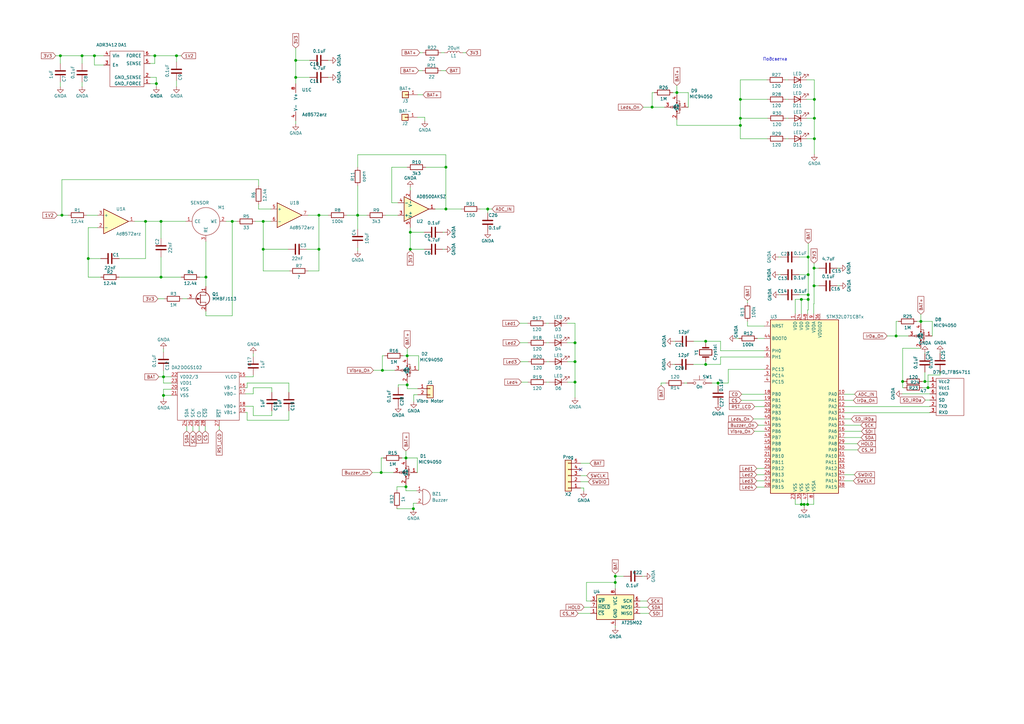
<source format=kicad_sch>
(kicad_sch (version 20210126) (generator eeschema)
  (paper "A3")
  (junction (at 24.765 22.86) (diameter 1.016))
  (junction (at 25.4 88.265) (diameter 1.016))
  (junction (at 33.655 22.86) (diameter 1.016))
  (junction (at 36.195 106.045) (diameter 1.016))
  (junction (at 38.735 22.86) (diameter 1.016))
  (junction (at 59.69 90.805) (diameter 1.016))
  (junction (at 63.5 22.86) (diameter 1.016))
  (junction (at 64.135 34.29) (diameter 1.016))
  (junction (at 66.04 90.805) (diameter 1.016))
  (junction (at 66.04 113.665) (diameter 1.016))
  (junction (at 67.056 154.559) (diameter 1.016))
  (junction (at 67.056 162.179) (diameter 1.016))
  (junction (at 72.39 22.86) (diameter 1.016))
  (junction (at 84.455 113.665) (diameter 1.016))
  (junction (at 95.25 90.805) (diameter 1.016))
  (junction (at 107.95 90.805) (diameter 1.016))
  (junction (at 107.95 102.235) (diameter 1.016))
  (junction (at 121.285 24.765) (diameter 1.016))
  (junction (at 121.285 31.75) (diameter 1.016))
  (junction (at 130.81 88.265) (diameter 1.016))
  (junction (at 130.81 102.235) (diameter 1.016))
  (junction (at 146.685 88.265) (diameter 1.016))
  (junction (at 156.337 193.802) (diameter 1.016))
  (junction (at 156.845 151.892) (diameter 1.016))
  (junction (at 166.497 187.833) (diameter 1.016))
  (junction (at 166.497 199.644) (diameter 1.016))
  (junction (at 167.005 145.923) (diameter 1.016))
  (junction (at 167.005 157.861) (diameter 1.016))
  (junction (at 168.275 95.25) (diameter 1.016))
  (junction (at 168.275 102.235) (diameter 1.016))
  (junction (at 169.545 208.661) (diameter 1.016))
  (junction (at 182.88 68.58) (diameter 1.016))
  (junction (at 182.88 85.725) (diameter 1.016))
  (junction (at 200.025 85.725) (diameter 1.016))
  (junction (at 235.839 140.589) (diameter 1.016))
  (junction (at 235.839 148.336) (diameter 1.016))
  (junction (at 235.839 156.718) (diameter 1.016))
  (junction (at 252.349 236.347) (diameter 1.016))
  (junction (at 252.349 238.887) (diameter 1.016))
  (junction (at 267.462 43.942) (diameter 1.016))
  (junction (at 277.622 37.973) (diameter 1.016))
  (junction (at 289.433 139.954) (diameter 1.016))
  (junction (at 289.433 149.479) (diameter 1.016))
  (junction (at 294.513 157.099) (diameter 1.016))
  (junction (at 303.657 40.767) (diameter 1.016))
  (junction (at 303.657 48.514) (diameter 1.016))
  (junction (at 303.657 51.435) (diameter 1.016))
  (junction (at 328.676 122.809) (diameter 1.016))
  (junction (at 328.676 206.883) (diameter 1.016))
  (junction (at 329.819 206.883) (diameter 1.016))
  (junction (at 331.216 206.883) (diameter 1.016))
  (junction (at 331.47 105.41) (diameter 1.016))
  (junction (at 331.47 112.649) (diameter 1.016))
  (junction (at 331.47 120.904) (diameter 1.016))
  (junction (at 331.47 122.809) (diameter 1.016))
  (junction (at 333.883 109.982) (diameter 1.016))
  (junction (at 333.883 117.221) (diameter 1.016))
  (junction (at 334.01 40.767) (diameter 1.016))
  (junction (at 334.01 48.514) (diameter 1.016))
  (junction (at 334.01 56.896) (diameter 1.016))
  (junction (at 367.538 137.795) (diameter 1.016))
  (junction (at 370.205 156.464) (diameter 1.016))
  (junction (at 377.698 131.826) (diameter 1.016))
  (junction (at 379.349 156.464) (diameter 1.016))
  (junction (at 380.619 159.004) (diameter 1.016))
  (no_connect (at 238.125 192.532))
  (wire (pts (xy 22.86 22.86) (xy 24.765 22.86)))
  (wire (pts (xy 23.495 88.265) (xy 25.4 88.265)))
  (wire (pts (xy 24.765 22.86) (xy 33.655 22.86)))
  (wire (pts (xy 24.765 26.035) (xy 24.765 22.86)))
  (wire (pts (xy 24.765 33.655) (xy 24.765 35.56)))
  (wire (pts (xy 25.4 73.66) (xy 25.4 88.265)))
  (wire (pts (xy 25.4 88.265) (xy 27.94 88.265)))
  (wire (pts (xy 33.655 22.86) (xy 38.735 22.86)))
  (wire (pts (xy 33.655 26.035) (xy 33.655 22.86)))
  (wire (pts (xy 33.655 33.655) (xy 33.655 35.56)))
  (wire (pts (xy 35.56 88.265) (xy 40.005 88.265)))
  (wire (pts (xy 36.195 93.345) (xy 40.005 93.345)))
  (wire (pts (xy 36.195 106.045) (xy 36.195 93.345)))
  (wire (pts (xy 36.195 113.665) (xy 36.195 106.045)))
  (wire (pts (xy 38.735 22.86) (xy 42.545 22.86)))
  (wire (pts (xy 38.735 26.67) (xy 38.735 22.86)))
  (wire (pts (xy 41.275 106.045) (xy 36.195 106.045)))
  (wire (pts (xy 41.275 113.665) (xy 36.195 113.665)))
  (wire (pts (xy 42.545 26.67) (xy 38.735 26.67)))
  (wire (pts (xy 48.895 106.045) (xy 59.69 106.045)))
  (wire (pts (xy 48.895 113.665) (xy 66.04 113.665)))
  (wire (pts (xy 59.69 90.805) (xy 55.245 90.805)))
  (wire (pts (xy 59.69 106.045) (xy 59.69 90.805)))
  (wire (pts (xy 61.595 22.86) (xy 63.5 22.86)))
  (wire (pts (xy 61.595 26.035) (xy 63.5 26.035)))
  (wire (pts (xy 61.595 34.29) (xy 64.135 34.29)))
  (wire (pts (xy 63.5 22.86) (xy 72.39 22.86)))
  (wire (pts (xy 63.5 26.035) (xy 63.5 22.86)))
  (wire (pts (xy 64.135 31.75) (xy 61.595 31.75)))
  (wire (pts (xy 64.135 34.29) (xy 64.135 31.75)))
  (wire (pts (xy 64.135 35.56) (xy 64.135 34.29)))
  (wire (pts (xy 64.77 122.555) (xy 67.31 122.555)))
  (wire (pts (xy 65.151 154.559) (xy 67.056 154.559)))
  (wire (pts (xy 66.04 90.805) (xy 59.69 90.805)))
  (wire (pts (xy 66.04 90.805) (xy 76.2 90.805)))
  (wire (pts (xy 66.04 97.79) (xy 66.04 90.805)))
  (wire (pts (xy 66.04 113.665) (xy 66.04 105.41)))
  (wire (pts (xy 66.04 113.665) (xy 74.295 113.665)))
  (wire (pts (xy 67.056 143.129) (xy 67.056 144.399)))
  (wire (pts (xy 67.056 152.019) (xy 67.056 154.559)))
  (wire (pts (xy 67.056 154.559) (xy 70.231 154.559)))
  (wire (pts (xy 67.056 157.099) (xy 67.056 154.559)))
  (wire (pts (xy 67.056 159.639) (xy 67.056 162.179)))
  (wire (pts (xy 67.056 162.179) (xy 67.056 163.449)))
  (wire (pts (xy 67.056 162.179) (xy 70.231 162.179)))
  (wire (pts (xy 70.231 157.099) (xy 67.056 157.099)))
  (wire (pts (xy 70.231 159.639) (xy 67.056 159.639)))
  (wire (pts (xy 72.39 22.86) (xy 72.39 25.4)))
  (wire (pts (xy 72.39 22.86) (xy 74.295 22.86)))
  (wire (pts (xy 72.39 33.02) (xy 72.39 35.56)))
  (wire (pts (xy 74.93 122.555) (xy 76.835 122.555)))
  (wire (pts (xy 76.581 174.879) (xy 76.581 176.784)))
  (wire (pts (xy 79.121 174.879) (xy 79.121 176.784)))
  (wire (pts (xy 81.661 174.879) (xy 81.661 176.784)))
  (wire (pts (xy 84.201 174.879) (xy 84.201 176.784)))
  (wire (pts (xy 84.455 99.06) (xy 84.455 113.665)))
  (wire (pts (xy 84.455 113.665) (xy 81.915 113.665)))
  (wire (pts (xy 84.455 113.665) (xy 84.455 117.475)))
  (wire (pts (xy 84.455 129.54) (xy 84.455 127.635)))
  (wire (pts (xy 89.916 174.879) (xy 89.916 176.276)))
  (wire (pts (xy 92.71 90.805) (xy 95.25 90.805)))
  (wire (pts (xy 95.25 90.805) (xy 95.25 129.54)))
  (wire (pts (xy 95.25 90.805) (xy 97.155 90.805)))
  (wire (pts (xy 95.25 129.54) (xy 84.455 129.54)))
  (wire (pts (xy 100.711 159.004) (xy 101.346 159.004)))
  (wire (pts (xy 100.711 161.544) (xy 103.886 161.544)))
  (wire (pts (xy 100.711 166.624) (xy 103.886 166.624)))
  (wire (pts (xy 100.711 169.164) (xy 101.346 169.164)))
  (wire (pts (xy 101.346 157.099) (xy 118.491 157.099)))
  (wire (pts (xy 101.346 159.004) (xy 101.346 157.099)))
  (wire (pts (xy 101.346 169.164) (xy 101.346 172.339)))
  (wire (pts (xy 101.346 172.339) (xy 118.491 172.339)))
  (wire (pts (xy 103.886 145.034) (xy 103.886 146.304)))
  (wire (pts (xy 103.886 153.924) (xy 103.886 154.559)))
  (wire (pts (xy 103.886 154.559) (xy 100.711 154.559)))
  (wire (pts (xy 103.886 159.004) (xy 111.506 159.004)))
  (wire (pts (xy 103.886 161.544) (xy 103.886 159.004)))
  (wire (pts (xy 103.886 166.624) (xy 103.886 170.434)))
  (wire (pts (xy 103.886 170.434) (xy 111.506 170.434)))
  (wire (pts (xy 104.775 90.805) (xy 107.95 90.805)))
  (wire (pts (xy 106.045 73.66) (xy 25.4 73.66)))
  (wire (pts (xy 106.045 76.2) (xy 106.045 73.66)))
  (wire (pts (xy 106.045 85.725) (xy 106.045 83.82)))
  (wire (pts (xy 107.95 90.805) (xy 111.125 90.805)))
  (wire (pts (xy 107.95 102.235) (xy 107.95 90.805)))
  (wire (pts (xy 107.95 111.125) (xy 107.95 102.235)))
  (wire (pts (xy 111.125 85.725) (xy 106.045 85.725)))
  (wire (pts (xy 111.506 159.004) (xy 111.506 160.909)))
  (wire (pts (xy 111.506 170.434) (xy 111.506 168.529)))
  (wire (pts (xy 118.11 102.235) (xy 107.95 102.235)))
  (wire (pts (xy 118.491 157.099) (xy 118.491 160.909)))
  (wire (pts (xy 118.491 172.339) (xy 118.491 168.529)))
  (wire (pts (xy 118.745 111.125) (xy 107.95 111.125)))
  (wire (pts (xy 121.285 19.685) (xy 121.285 24.765)))
  (wire (pts (xy 121.285 24.765) (xy 121.285 31.75)))
  (wire (pts (xy 121.285 24.765) (xy 127 24.765)))
  (wire (pts (xy 121.285 31.75) (xy 121.285 34.29)))
  (wire (pts (xy 121.285 49.53) (xy 121.285 50.8)))
  (wire (pts (xy 125.73 102.235) (xy 130.81 102.235)))
  (wire (pts (xy 126.365 111.125) (xy 130.81 111.125)))
  (wire (pts (xy 127 31.75) (xy 121.285 31.75)))
  (wire (pts (xy 130.81 88.265) (xy 126.365 88.265)))
  (wire (pts (xy 130.81 88.265) (xy 134.62 88.265)))
  (wire (pts (xy 130.81 102.235) (xy 130.81 88.265)))
  (wire (pts (xy 130.81 111.125) (xy 130.81 102.235)))
  (wire (pts (xy 134.62 24.765) (xy 135.255 24.765)))
  (wire (pts (xy 134.62 31.75) (xy 135.255 31.75)))
  (wire (pts (xy 146.685 63.5) (xy 182.88 63.5)))
  (wire (pts (xy 146.685 68.58) (xy 146.685 63.5)))
  (wire (pts (xy 146.685 76.2) (xy 146.685 88.265)))
  (wire (pts (xy 146.685 88.265) (xy 142.24 88.265)))
  (wire (pts (xy 146.685 88.265) (xy 150.495 88.265)))
  (wire (pts (xy 146.685 93.98) (xy 146.685 88.265)))
  (wire (pts (xy 146.685 101.6) (xy 146.685 102.87)))
  (wire (pts (xy 156.337 187.833) (xy 156.337 193.802)))
  (wire (pts (xy 156.337 193.802) (xy 152.654 193.802)))
  (wire (pts (xy 156.337 193.802) (xy 161.417 193.802)))
  (wire (pts (xy 156.845 145.923) (xy 156.845 151.892)))
  (wire (pts (xy 156.845 151.892) (xy 153.162 151.892)))
  (wire (pts (xy 156.845 151.892) (xy 161.925 151.892)))
  (wire (pts (xy 157.226 187.833) (xy 156.337 187.833)))
  (wire (pts (xy 157.734 145.923) (xy 156.845 145.923)))
  (wire (pts (xy 158.115 88.265) (xy 163.195 88.265)))
  (wire (pts (xy 160.655 68.58) (xy 167.005 68.58)))
  (wire (pts (xy 160.655 83.185) (xy 160.655 68.58)))
  (wire (pts (xy 162.814 199.644) (xy 166.497 199.644)))
  (wire (pts (xy 162.814 200.914) (xy 162.814 199.644)))
  (wire (pts (xy 162.814 208.534) (xy 162.814 208.661)))
  (wire (pts (xy 162.814 208.661) (xy 169.545 208.661)))
  (wire (pts (xy 163.195 83.185) (xy 160.655 83.185)))
  (wire (pts (xy 163.322 157.861) (xy 167.005 157.861)))
  (wire (pts (xy 163.322 158.877) (xy 163.322 157.861)))
  (wire (pts (xy 164.846 187.833) (xy 166.497 187.833)))
  (wire (pts (xy 165.354 145.923) (xy 167.005 145.923)))
  (wire (pts (xy 166.497 184.912) (xy 166.497 187.833)))
  (wire (pts (xy 166.497 187.833) (xy 166.497 188.722)))
  (wire (pts (xy 166.497 199.644) (xy 166.497 198.882)))
  (wire (pts (xy 166.497 201.295) (xy 166.497 199.644)))
  (wire (pts (xy 167.005 143.002) (xy 167.005 145.923)))
  (wire (pts (xy 167.005 145.923) (xy 167.005 146.812)))
  (wire (pts (xy 167.005 157.861) (xy 167.005 156.972)))
  (wire (pts (xy 167.005 159.385) (xy 167.005 157.861)))
  (wire (pts (xy 168.275 76.835) (xy 168.275 78.105)))
  (wire (pts (xy 168.275 95.25) (xy 168.275 93.345)))
  (wire (pts (xy 168.275 95.25) (xy 173.99 95.25)))
  (wire (pts (xy 168.275 102.235) (xy 168.275 95.25)))
  (wire (pts (xy 168.275 102.235) (xy 168.275 102.87)))
  (wire (pts (xy 169.545 206.375) (xy 169.545 208.661)))
  (wire (pts (xy 169.545 208.661) (xy 169.545 208.788)))
  (wire (pts (xy 169.672 161.925) (xy 169.672 164.719)))
  (wire (pts (xy 170.815 201.295) (xy 166.497 201.295)))
  (wire (pts (xy 170.815 206.375) (xy 169.545 206.375)))
  (wire (pts (xy 171.069 193.802) (xy 171.196 193.802)))
  (wire (pts (xy 171.196 48.133) (xy 174.244 48.133)))
  (wire (pts (xy 171.196 187.833) (xy 166.497 187.833)))
  (wire (pts (xy 171.196 193.802) (xy 171.196 187.833)))
  (wire (pts (xy 171.323 38.862) (xy 173.482 38.862)))
  (wire (pts (xy 171.323 159.385) (xy 167.005 159.385)))
  (wire (pts (xy 171.323 161.925) (xy 169.672 161.925)))
  (wire (pts (xy 171.577 151.892) (xy 171.704 151.892)))
  (wire (pts (xy 171.704 28.956) (xy 173.228 28.956)))
  (wire (pts (xy 171.704 145.923) (xy 167.005 145.923)))
  (wire (pts (xy 171.704 151.892) (xy 171.704 145.923)))
  (wire (pts (xy 172.212 21.59) (xy 173.355 21.59)))
  (wire (pts (xy 173.99 102.235) (xy 168.275 102.235)))
  (wire (pts (xy 174.244 48.133) (xy 174.244 49.53)))
  (wire (pts (xy 174.625 68.58) (xy 182.88 68.58)))
  (wire (pts (xy 180.848 28.956) (xy 182.88 28.956)))
  (wire (pts (xy 180.975 21.59) (xy 182.245 21.59)))
  (wire (pts (xy 181.61 95.25) (xy 182.245 95.25)))
  (wire (pts (xy 181.61 102.235) (xy 182.245 102.235)))
  (wire (pts (xy 182.88 63.5) (xy 182.88 68.58)))
  (wire (pts (xy 182.88 68.58) (xy 182.88 85.725)))
  (wire (pts (xy 182.88 85.725) (xy 178.435 85.725)))
  (wire (pts (xy 182.88 85.725) (xy 189.23 85.725)))
  (wire (pts (xy 189.865 21.59) (xy 191.135 21.59)))
  (wire (pts (xy 196.85 85.725) (xy 200.025 85.725)))
  (wire (pts (xy 200.025 85.725) (xy 200.025 87.376)))
  (wire (pts (xy 200.025 85.725) (xy 201.803 85.725)))
  (wire (pts (xy 213.106 132.588) (xy 216.408 132.588)))
  (wire (pts (xy 213.868 156.718) (xy 216.535 156.718)))
  (wire (pts (xy 216.535 140.589) (xy 213.233 140.589)))
  (wire (pts (xy 216.662 148.336) (xy 213.487 148.336)))
  (wire (pts (xy 224.028 132.588) (xy 225.044 132.588)))
  (wire (pts (xy 224.155 140.589) (xy 225.044 140.589)))
  (wire (pts (xy 224.155 156.718) (xy 225.171 156.718)))
  (wire (pts (xy 224.282 148.336) (xy 225.171 148.336)))
  (wire (pts (xy 232.664 140.589) (xy 235.839 140.589)))
  (wire (pts (xy 232.791 148.336) (xy 235.839 148.336)))
  (wire (pts (xy 232.791 156.718) (xy 235.839 156.718)))
  (wire (pts (xy 235.839 132.588) (xy 232.664 132.588)))
  (wire (pts (xy 235.839 140.589) (xy 235.839 132.588)))
  (wire (pts (xy 235.839 148.336) (xy 235.839 140.589)))
  (wire (pts (xy 235.839 156.718) (xy 235.839 148.336)))
  (wire (pts (xy 235.839 163.068) (xy 235.839 156.718)))
  (wire (pts (xy 237.109 251.587) (xy 242.189 251.587)))
  (wire (pts (xy 238.125 189.992) (xy 241.935 189.992)))
  (wire (pts (xy 238.125 195.072) (xy 240.665 195.072)))
  (wire (pts (xy 238.125 197.612) (xy 241.3 197.612)))
  (wire (pts (xy 238.125 200.152) (xy 239.395 200.152)))
  (wire (pts (xy 239.395 200.152) (xy 239.395 201.422)))
  (wire (pts (xy 239.522 249.047) (xy 242.189 249.047)))
  (wire (pts (xy 240.538 238.887) (xy 252.349 238.887)))
  (wire (pts (xy 240.538 246.507) (xy 240.538 238.887)))
  (wire (pts (xy 242.189 246.507) (xy 240.538 246.507)))
  (wire (pts (xy 252.349 235.331) (xy 252.349 236.347)))
  (wire (pts (xy 252.349 236.347) (xy 252.349 238.887)))
  (wire (pts (xy 252.349 238.887) (xy 252.349 241.427)))
  (wire (pts (xy 252.349 256.667) (xy 252.349 257.302)))
  (wire (pts (xy 255.778 236.347) (xy 252.349 236.347)))
  (wire (pts (xy 262.509 246.507) (xy 265.43 246.507)))
  (wire (pts (xy 262.509 249.047) (xy 265.684 249.047)))
  (wire (pts (xy 262.509 251.587) (xy 266.192 251.587)))
  (wire (pts (xy 263.398 236.347) (xy 264.16 236.347)))
  (wire (pts (xy 267.462 37.973) (xy 267.462 43.942)))
  (wire (pts (xy 267.462 43.942) (xy 263.779 43.942)))
  (wire (pts (xy 267.462 43.942) (xy 272.542 43.942)))
  (wire (pts (xy 268.351 37.973) (xy 267.462 37.973)))
  (wire (pts (xy 271.145 157.099) (xy 271.145 158.115)))
  (wire (pts (xy 273.05 157.099) (xy 271.145 157.099)))
  (wire (pts (xy 275.971 37.973) (xy 277.622 37.973)))
  (wire (pts (xy 276.098 149.479) (xy 276.733 149.479)))
  (wire (pts (xy 276.225 139.954) (xy 276.86 139.954)))
  (wire (pts (xy 277.622 35.052) (xy 277.622 37.973)))
  (wire (pts (xy 277.622 37.973) (xy 277.622 38.862)))
  (wire (pts (xy 277.622 51.435) (xy 277.622 49.022)))
  (wire (pts (xy 277.622 51.435) (xy 303.657 51.435)))
  (wire (pts (xy 281.813 157.099) (xy 280.67 157.099)))
  (wire (pts (xy 282.194 43.942) (xy 282.321 43.942)))
  (wire (pts (xy 282.321 37.973) (xy 277.622 37.973)))
  (wire (pts (xy 282.321 43.942) (xy 282.321 37.973)))
  (wire (pts (xy 284.48 139.954) (xy 289.433 139.954)))
  (wire (pts (xy 289.433 139.954) (xy 289.433 140.716)))
  (wire (pts (xy 289.433 149.479) (xy 284.353 149.479)))
  (wire (pts (xy 289.433 149.479) (xy 289.433 148.336)))
  (wire (pts (xy 294.513 157.099) (xy 291.973 157.099)))
  (wire (pts (xy 294.513 157.099) (xy 294.513 158.242)))
  (wire (pts (xy 295.529 139.954) (xy 289.433 139.954)))
  (wire (pts (xy 295.529 139.954) (xy 295.529 143.891)))
  (wire (pts (xy 295.529 146.431) (xy 295.529 149.479)))
  (wire (pts (xy 295.529 146.431) (xy 313.436 146.431)))
  (wire (pts (xy 295.529 149.479) (xy 289.433 149.479)))
  (wire (pts (xy 298.704 151.511) (xy 298.704 157.099)))
  (wire (pts (xy 298.704 157.099) (xy 294.513 157.099)))
  (wire (pts (xy 301.752 138.811) (xy 303.022 138.811)))
  (wire (pts (xy 303.657 32.766) (xy 303.657 40.767)))
  (wire (pts (xy 303.657 32.766) (xy 314.579 32.766)))
  (wire (pts (xy 303.657 40.767) (xy 303.657 48.514)))
  (wire (pts (xy 303.657 40.767) (xy 314.706 40.767)))
  (wire (pts (xy 303.657 48.514) (xy 303.657 51.435)))
  (wire (pts (xy 303.657 48.514) (xy 314.833 48.514)))
  (wire (pts (xy 303.657 56.896) (xy 303.657 51.435)))
  (wire (pts (xy 303.657 56.896) (xy 314.706 56.896)))
  (wire (pts (xy 304.038 164.211) (xy 313.436 164.211)))
  (wire (pts (xy 306.578 123.19) (xy 306.578 124.206)))
  (wire (pts (xy 306.578 133.731) (xy 306.578 131.826)))
  (wire (pts (xy 309.372 176.911) (xy 313.436 176.911)))
  (wire (pts (xy 309.499 166.751) (xy 313.436 166.751)))
  (wire (pts (xy 310.388 192.151) (xy 313.436 192.151)))
  (wire (pts (xy 310.388 194.691) (xy 313.436 194.691)))
  (wire (pts (xy 310.388 197.231) (xy 313.436 197.231)))
  (wire (pts (xy 310.642 138.811) (xy 313.436 138.811)))
  (wire (pts (xy 310.896 174.371) (xy 313.436 174.371)))
  (wire (pts (xy 313.436 133.731) (xy 306.578 133.731)))
  (wire (pts (xy 313.436 143.891) (xy 295.529 143.891)))
  (wire (pts (xy 313.436 151.511) (xy 298.704 151.511)))
  (wire (pts (xy 313.436 161.671) (xy 304.165 161.671)))
  (wire (pts (xy 313.436 171.831) (xy 308.991 171.831)))
  (wire (pts (xy 313.436 199.771) (xy 310.388 199.771)))
  (wire (pts (xy 319.278 105.41) (xy 320.167 105.41)))
  (wire (pts (xy 319.278 112.649) (xy 320.167 112.649)))
  (wire (pts (xy 319.532 120.904) (xy 320.167 120.904)))
  (wire (pts (xy 322.199 32.766) (xy 323.215 32.766)))
  (wire (pts (xy 322.326 40.767) (xy 323.215 40.767)))
  (wire (pts (xy 322.326 56.896) (xy 323.342 56.896)))
  (wire (pts (xy 322.453 48.514) (xy 323.342 48.514)))
  (wire (pts (xy 326.136 122.809) (xy 328.676 122.809)))
  (wire (pts (xy 326.136 128.651) (xy 326.136 122.809)))
  (wire (pts (xy 326.136 204.851) (xy 326.136 206.883)))
  (wire (pts (xy 326.136 206.883) (xy 328.676 206.883)))
  (wire (pts (xy 327.787 105.41) (xy 331.47 105.41)))
  (wire (pts (xy 327.787 112.649) (xy 331.47 112.649)))
  (wire (pts (xy 327.787 120.904) (xy 331.47 120.904)))
  (wire (pts (xy 328.676 122.809) (xy 331.47 122.809)))
  (wire (pts (xy 328.676 128.651) (xy 328.676 122.809)))
  (wire (pts (xy 328.676 204.851) (xy 328.676 206.883)))
  (wire (pts (xy 328.676 206.883) (xy 329.819 206.883)))
  (wire (pts (xy 329.819 206.883) (xy 329.819 207.899)))
  (wire (pts (xy 329.819 206.883) (xy 331.216 206.883)))
  (wire (pts (xy 330.835 40.767) (xy 334.01 40.767)))
  (wire (pts (xy 330.962 48.514) (xy 334.01 48.514)))
  (wire (pts (xy 330.962 56.896) (xy 334.01 56.896)))
  (wire (pts (xy 331.216 127.127) (xy 331.216 128.651)))
  (wire (pts (xy 331.216 204.851) (xy 331.216 206.883)))
  (wire (pts (xy 331.216 206.883) (xy 333.756 206.883)))
  (wire (pts (xy 331.47 105.41) (xy 331.47 99.822)))
  (wire (pts (xy 331.47 112.649) (xy 331.47 105.41)))
  (wire (pts (xy 331.47 112.649) (xy 331.47 120.904)))
  (wire (pts (xy 331.47 120.904) (xy 331.47 122.809)))
  (wire (pts (xy 331.47 122.809) (xy 331.47 127.127)))
  (wire (pts (xy 331.47 127.127) (xy 331.216 127.127)))
  (wire (pts (xy 333.756 124.587) (xy 333.883 124.587)))
  (wire (pts (xy 333.756 128.651) (xy 333.756 124.587)))
  (wire (pts (xy 333.756 206.883) (xy 333.756 204.851)))
  (wire (pts (xy 333.883 107.95) (xy 333.883 109.982)))
  (wire (pts (xy 333.883 109.982) (xy 333.883 117.221)))
  (wire (pts (xy 333.883 109.982) (xy 335.788 109.982)))
  (wire (pts (xy 333.883 117.221) (xy 333.883 124.587)))
  (wire (pts (xy 333.883 117.221) (xy 335.788 117.221)))
  (wire (pts (xy 334.01 32.766) (xy 330.835 32.766)))
  (wire (pts (xy 334.01 40.767) (xy 334.01 32.766)))
  (wire (pts (xy 334.01 48.514) (xy 334.01 40.767)))
  (wire (pts (xy 334.01 56.896) (xy 334.01 48.514)))
  (wire (pts (xy 334.01 63.246) (xy 334.01 56.896)))
  (wire (pts (xy 343.408 109.982) (xy 344.297 109.982)))
  (wire (pts (xy 343.408 117.221) (xy 344.424 117.221)))
  (wire (pts (xy 346.456 161.671) (xy 350.52 161.671)))
  (wire (pts (xy 346.456 164.211) (xy 350.012 164.211)))
  (wire (pts (xy 346.456 166.751) (xy 381.381 166.751)))
  (wire (pts (xy 346.456 169.291) (xy 381.381 169.291)))
  (wire (pts (xy 346.456 171.831) (xy 349.123 171.831)))
  (wire (pts (xy 346.456 174.371) (xy 353.06 174.371)))
  (wire (pts (xy 346.456 176.911) (xy 353.314 176.911)))
  (wire (pts (xy 346.456 179.451) (xy 353.187 179.451)))
  (wire (pts (xy 346.456 181.991) (xy 351.663 181.991)))
  (wire (pts (xy 346.456 184.531) (xy 351.79 184.531)))
  (wire (pts (xy 346.456 194.691) (xy 350.393 194.691)))
  (wire (pts (xy 346.456 197.231) (xy 350.012 197.231)))
  (wire (pts (xy 367.538 131.826) (xy 367.538 137.795)))
  (wire (pts (xy 367.538 137.795) (xy 363.855 137.795)))
  (wire (pts (xy 367.538 137.795) (xy 372.618 137.795)))
  (wire (pts (xy 368.427 131.826) (xy 367.538 131.826)))
  (wire (pts (xy 370.078 161.544) (xy 381.381 161.544)))
  (wire (pts (xy 370.205 142.875) (xy 370.205 156.464)))
  (wire (pts (xy 370.205 156.464) (xy 370.713 156.464)))
  (wire (pts (xy 370.205 159.004) (xy 370.205 156.464)))
  (wire (pts (xy 370.713 159.004) (xy 370.205 159.004)))
  (wire (pts (xy 376.047 131.826) (xy 377.698 131.826)))
  (wire (pts (xy 377.698 128.905) (xy 377.698 131.826)))
  (wire (pts (xy 377.698 131.826) (xy 377.698 132.715)))
  (wire (pts (xy 377.698 142.875) (xy 370.205 142.875)))
  (wire (pts (xy 378.333 156.464) (xy 379.349 156.464)))
  (wire (pts (xy 378.333 159.004) (xy 380.619 159.004)))
  (wire (pts (xy 379.349 144.526) (xy 379.349 145.034)))
  (wire (pts (xy 379.349 152.654) (xy 379.349 156.464)))
  (wire (pts (xy 379.349 156.464) (xy 381.381 156.464)))
  (wire (pts (xy 380.619 153.797) (xy 380.619 159.004)))
  (wire (pts (xy 380.619 159.004) (xy 381.381 159.004)))
  (wire (pts (xy 381.381 164.084) (xy 379.476 164.084)))
  (wire (pts (xy 381.381 166.751) (xy 381.381 166.624)))
  (wire (pts (xy 381.381 169.164) (xy 381.381 169.291)))
  (wire (pts (xy 382.27 137.795) (xy 382.397 137.795)))
  (wire (pts (xy 382.397 131.826) (xy 377.698 131.826)))
  (wire (pts (xy 382.397 137.795) (xy 382.397 131.826)))
  (wire (pts (xy 385.572 144.399) (xy 385.572 144.907)))
  (wire (pts (xy 385.572 152.527) (xy 385.572 153.797)))
  (wire (pts (xy 385.572 153.797) (xy 380.619 153.797)))
  (text "Подсветка" (at 322.961 25.146 180) (effects (font (size 1.27 1.27)) (justify right bottom)))
  (global_label "3V3" (shape input) (at 22.86 22.86 180) (property "Intersheet References" "${INTERSHEET_REFS}" (effects hide)))
  (global_label "1V2" (shape input) (at 23.495 88.265 180) (property "Intersheet References" "${INTERSHEET_REFS}" (effects hide)))
  (global_label "3V3" (shape input) (at 64.77 122.555 180) (property "Intersheet References" "${INTERSHEET_REFS}" (effects hide)))
  (global_label "BAT" (shape input) (at 65.151 154.559 180) (property "Intersheet References" "${INTERSHEET_REFS}" (effects hide)))
  (global_label "1V2" (shape input) (at 74.295 22.86 0) (property "Intersheet References" "${INTERSHEET_REFS}" (effects hide)))
  (global_label "SDA" (shape input) (at 76.581 176.784 270) (property "Intersheet References" "${INTERSHEET_REFS}" (effects hide)))
  (global_label "SCK" (shape input) (at 79.121 176.784 270) (property "Intersheet References" "${INTERSHEET_REFS}" (effects hide)))
  (global_label "CD" (shape input) (at 81.661 176.784 270) (property "Intersheet References" "${INTERSHEET_REFS}" (effects hide)))
  (global_label "CS" (shape input) (at 84.201 176.784 270) (property "Intersheet References" "${INTERSHEET_REFS}" (effects hide)))
  (global_label "RST_LCD" (shape input) (at 89.916 176.276 270) (property "Intersheet References" "${INTERSHEET_REFS}" (effects hide)))
  (global_label "3V3" (shape input) (at 121.285 19.685 90) (property "Intersheet References" "${INTERSHEET_REFS}" (effects hide)))
  (global_label "Buzzer_On" (shape input) (at 152.654 193.802 180) (property "Intersheet References" "${INTERSHEET_REFS}" (effects hide)))
  (global_label "Vibro_On" (shape input) (at 153.162 151.892 180) (property "Intersheet References" "${INTERSHEET_REFS}" (effects hide)))
  (global_label "BAT+" (shape input) (at 166.497 184.912 90) (property "Intersheet References" "${INTERSHEET_REFS}" (effects hide)))
  (global_label "BAT+" (shape input) (at 167.005 143.002 90) (property "Intersheet References" "${INTERSHEET_REFS}" (effects hide)))
  (global_label "3V3" (shape input) (at 168.275 102.87 270) (property "Intersheet References" "${INTERSHEET_REFS}" (effects hide)))
  (global_label "BAT+" (shape input) (at 171.704 28.956 180) (property "Intersheet References" "${INTERSHEET_REFS}" (effects hide)))
  (global_label "BAT+" (shape input) (at 172.212 21.59 180) (property "Intersheet References" "${INTERSHEET_REFS}" (effects hide)))
  (global_label "BAT+" (shape input) (at 173.482 38.862 0) (property "Intersheet References" "${INTERSHEET_REFS}" (effects hide)))
  (global_label "BAT" (shape input) (at 182.88 28.956 0) (property "Intersheet References" "${INTERSHEET_REFS}" (effects hide)))
  (global_label "3V3" (shape input) (at 191.135 21.59 0) (property "Intersheet References" "${INTERSHEET_REFS}" (effects hide)))
  (global_label "ADC_IN" (shape input) (at 201.803 85.725 0) (property "Intersheet References" "${INTERSHEET_REFS}" (effects hide)))
  (global_label "Led1" (shape input) (at 213.106 132.588 180) (property "Intersheet References" "${INTERSHEET_REFS}" (effects hide)))
  (global_label "Led2" (shape input) (at 213.233 140.589 180) (property "Intersheet References" "${INTERSHEET_REFS}" (effects hide)))
  (global_label "Led3" (shape input) (at 213.487 148.336 180) (property "Intersheet References" "${INTERSHEET_REFS}" (effects hide)))
  (global_label "Led4" (shape input) (at 213.868 156.718 180) (property "Intersheet References" "${INTERSHEET_REFS}" (effects hide)))
  (global_label "CS_M" (shape input) (at 237.109 251.587 180) (property "Intersheet References" "${INTERSHEET_REFS}" (effects hide)))
  (global_label "HOLD" (shape input) (at 239.522 249.047 180) (property "Intersheet References" "${INTERSHEET_REFS}" (effects hide)))
  (global_label "SWCLK" (shape input) (at 240.665 195.072 0) (property "Intersheet References" "${INTERSHEET_REFS}" (effects hide)))
  (global_label "SWDIO" (shape input) (at 241.3 197.612 0) (property "Intersheet References" "${INTERSHEET_REFS}" (effects hide)))
  (global_label "BAT" (shape input) (at 241.935 189.992 0) (property "Intersheet References" "${INTERSHEET_REFS}" (effects hide)))
  (global_label "BAT" (shape input) (at 252.349 235.331 90) (property "Intersheet References" "${INTERSHEET_REFS}" (effects hide)))
  (global_label "Leds_On" (shape input) (at 263.779 43.942 180) (property "Intersheet References" "${INTERSHEET_REFS}" (effects hide)))
  (global_label "SCK" (shape input) (at 265.43 246.507 0) (property "Intersheet References" "${INTERSHEET_REFS}" (effects hide)))
  (global_label "SDA" (shape input) (at 265.684 249.047 0) (property "Intersheet References" "${INTERSHEET_REFS}" (effects hide)))
  (global_label "SDI" (shape input) (at 266.192 251.587 0) (property "Intersheet References" "${INTERSHEET_REFS}" (effects hide)))
  (global_label "BAT" (shape input) (at 271.145 158.115 270) (property "Intersheet References" "${INTERSHEET_REFS}" (effects hide)))
  (global_label "BAT+" (shape input) (at 277.622 35.052 90) (property "Intersheet References" "${INTERSHEET_REFS}" (effects hide)))
  (global_label "CS" (shape input) (at 304.038 164.211 180) (property "Intersheet References" "${INTERSHEET_REFS}" (effects hide)))
  (global_label "CD" (shape input) (at 304.165 161.671 180) (property "Intersheet References" "${INTERSHEET_REFS}" (effects hide)))
  (global_label "BAT" (shape input) (at 306.578 123.19 90) (property "Intersheet References" "${INTERSHEET_REFS}" (effects hide)))
  (global_label "Leds_On" (shape input) (at 308.991 171.831 180) (property "Intersheet References" "${INTERSHEET_REFS}" (effects hide)))
  (global_label "Vibro_On" (shape input) (at 309.372 176.911 180) (property "Intersheet References" "${INTERSHEET_REFS}" (effects hide)))
  (global_label "RST_LCD" (shape input) (at 309.499 166.751 180) (property "Intersheet References" "${INTERSHEET_REFS}" (effects hide)))
  (global_label "Led1" (shape input) (at 310.388 192.151 180) (property "Intersheet References" "${INTERSHEET_REFS}" (effects hide)))
  (global_label "Led2" (shape input) (at 310.388 194.691 180) (property "Intersheet References" "${INTERSHEET_REFS}" (effects hide)))
  (global_label "Led3" (shape input) (at 310.388 197.231 180) (property "Intersheet References" "${INTERSHEET_REFS}" (effects hide)))
  (global_label "Led4" (shape input) (at 310.388 199.771 180) (property "Intersheet References" "${INTERSHEET_REFS}" (effects hide)))
  (global_label "Buzzer_On" (shape input) (at 310.896 174.371 180) (property "Intersheet References" "${INTERSHEET_REFS}" (effects hide)))
  (global_label "BAT" (shape input) (at 331.47 99.822 90) (property "Intersheet References" "${INTERSHEET_REFS}" (effects hide)))
  (global_label "3V3" (shape input) (at 333.883 107.95 90) (property "Intersheet References" "${INTERSHEET_REFS}" (effects hide)))
  (global_label "SD_IRDa" (shape input) (at 349.123 171.831 0) (property "Intersheet References" "${INTERSHEET_REFS}" (effects hide)))
  (global_label "IrDa_On" (shape input) (at 350.012 164.211 0) (property "Intersheet References" "${INTERSHEET_REFS}" (effects hide)))
  (global_label "SWCLK" (shape input) (at 350.012 197.231 0) (property "Intersheet References" "${INTERSHEET_REFS}" (effects hide)))
  (global_label "SWDIO" (shape input) (at 350.393 194.691 0) (property "Intersheet References" "${INTERSHEET_REFS}" (effects hide)))
  (global_label "ADC_IN" (shape input) (at 350.52 161.671 0) (property "Intersheet References" "${INTERSHEET_REFS}" (effects hide)))
  (global_label "HOLD" (shape input) (at 351.663 181.991 0) (property "Intersheet References" "${INTERSHEET_REFS}" (effects hide)))
  (global_label "CS_M" (shape input) (at 351.79 184.531 0) (property "Intersheet References" "${INTERSHEET_REFS}" (effects hide)))
  (global_label "SCK" (shape input) (at 353.06 174.371 0) (property "Intersheet References" "${INTERSHEET_REFS}" (effects hide)))
  (global_label "SDA" (shape input) (at 353.187 179.451 0) (property "Intersheet References" "${INTERSHEET_REFS}" (effects hide)))
  (global_label "SDI" (shape input) (at 353.314 176.911 0) (property "Intersheet References" "${INTERSHEET_REFS}" (effects hide)))
  (global_label "IrDa_On" (shape input) (at 363.855 137.795 180) (property "Intersheet References" "${INTERSHEET_REFS}" (effects hide)))
  (global_label "BAT+" (shape input) (at 377.698 128.905 90) (property "Intersheet References" "${INTERSHEET_REFS}" (effects hide)))
  (global_label "SD_IRDa" (shape input) (at 379.476 164.084 180) (property "Intersheet References" "${INTERSHEET_REFS}" (effects hide)))
  (symbol (lib_id "power:GNDA") (at 24.765 35.56 0) (unit 1)
    (property "Reference" "#PWR0107" (effects hide))
    (property "Value" "GNDA" (at 24.765 39.37 0))
  )
  (symbol (lib_id "power:GNDA") (at 33.655 35.56 0) (unit 1)
    (property "Reference" "#PWR0108" (effects hide))
    (property "Value" "GNDA" (at 33.655 39.37 0))
  )
  (symbol (lib_id "power:GNDA") (at 64.135 35.56 0) (unit 1)
    (property "Reference" "#PWR0106" (effects hide))
    (property "Value" "GNDA" (at 64.135 39.37 0))
  )
  (symbol (lib_id "power:GNDA") (at 67.056 143.129 180) (unit 1)
    (property "Reference" "#PWR0112" (effects hide))
    (property "Value" "GNDA" (at 67.056 139.319 0))
  )
  (symbol (lib_id "power:GNDA") (at 67.056 163.449 0) (unit 1)
    (property "Reference" "#PWR0121" (effects hide))
    (property "Value" "GNDA" (at 67.056 167.259 0))
  )
  (symbol (lib_id "power:GNDA") (at 72.39 35.56 0) (unit 1)
    (property "Reference" "#PWR0105" (effects hide))
    (property "Value" "GNDA" (at 72.39 39.37 0))
  )
  (symbol (lib_id "power:GNDA") (at 103.886 145.034 180) (unit 1)
    (property "Reference" "#PWR0113" (effects hide))
    (property "Value" "GNDA" (at 103.886 141.224 0))
  )
  (symbol (lib_id "power:GNDA") (at 121.285 50.8 0) (unit 1)
    (property "Reference" "#PWR0109" (effects hide))
    (property "Value" "GNDA" (at 121.285 54.61 0))
  )
  (symbol (lib_id "power:GNDA") (at 135.255 24.765 90) (unit 1)
    (property "Reference" "#PWR0110" (effects hide))
    (property "Value" "GNDA" (at 139.065 24.765 0))
  )
  (symbol (lib_id "power:GNDA") (at 135.255 31.75 90) (unit 1)
    (property "Reference" "#PWR0111" (effects hide))
    (property "Value" "GNDA" (at 139.065 31.75 0))
  )
  (symbol (lib_id "power:GNDA") (at 146.685 102.87 0) (unit 1)
    (property "Reference" "#PWR0101" (effects hide))
    (property "Value" "GNDA" (at 146.685 106.68 0))
  )
  (symbol (lib_id "power:GNDA") (at 163.322 166.497 0) (unit 1)
    (property "Reference" "#PWR014" (effects hide))
    (property "Value" "GNDA" (at 163.322 170.307 0))
  )
  (symbol (lib_id "power:GNDA") (at 168.275 76.835 180) (unit 1)
    (property "Reference" "#PWR0104" (effects hide))
    (property "Value" "GNDA" (at 168.275 73.025 0))
  )
  (symbol (lib_id "power:GNDA") (at 169.545 208.788 0) (unit 1)
    (property "Reference" "#PWR0120" (effects hide))
    (property "Value" "GNDA" (at 169.545 212.598 0))
  )
  (symbol (lib_id "power:GNDA") (at 169.672 164.719 0) (unit 1)
    (property "Reference" "#PWR0123" (effects hide))
    (property "Value" "GNDA" (at 169.672 168.529 0))
  )
  (symbol (lib_id "power:GNDA") (at 174.244 49.53 0) (unit 1)
    (property "Reference" "#PWR010" (effects hide))
    (property "Value" "GNDA" (at 174.244 53.34 0))
  )
  (symbol (lib_id "power:GNDA") (at 182.245 95.25 90) (unit 1)
    (property "Reference" "#PWR0102" (effects hide))
    (property "Value" "GNDA" (at 186.055 95.25 0))
  )
  (symbol (lib_id "power:GNDA") (at 182.245 102.235 90) (unit 1)
    (property "Reference" "#PWR0103" (effects hide))
    (property "Value" "GNDA" (at 186.055 102.235 0))
  )
  (symbol (lib_id "power:GNDA") (at 200.025 94.996 0) (unit 1)
    (property "Reference" "#PWR012" (effects hide))
    (property "Value" "GNDA" (at 200.025 98.806 0))
  )
  (symbol (lib_id "power:GNDA") (at 235.839 163.068 0) (unit 1)
    (property "Reference" "#PWR0119" (effects hide))
    (property "Value" "GNDA" (at 235.839 166.878 0))
  )
  (symbol (lib_id "power:GNDA") (at 239.395 201.422 0) (unit 1)
    (property "Reference" "#PWR02" (effects hide))
    (property "Value" "GNDA" (at 239.395 205.232 0))
  )
  (symbol (lib_id "power:GNDA") (at 252.349 257.302 0) (unit 1)
    (property "Reference" "#PWR04" (effects hide))
    (property "Value" "GNDA" (at 252.349 261.112 0))
  )
  (symbol (lib_id "power:GNDA") (at 264.16 236.347 90) (unit 1)
    (property "Reference" "#PWR05" (effects hide))
    (property "Value" "GNDA" (at 267.97 236.347 0))
  )
  (symbol (lib_id "power:GNDA") (at 276.098 149.479 270) (unit 1)
    (property "Reference" "#PWR01" (effects hide))
    (property "Value" "GNDA" (at 272.288 149.479 0))
  )
  (symbol (lib_id "power:GNDA") (at 276.225 139.954 270) (unit 1)
    (property "Reference" "#PWR0122" (effects hide))
    (property "Value" "GNDA" (at 272.415 139.954 0))
  )
  (symbol (lib_id "power:GNDA") (at 294.513 165.862 0) (unit 1)
    (property "Reference" "#PWR013" (effects hide))
    (property "Value" "GNDA" (at 294.513 169.672 0))
  )
  (symbol (lib_id "power:GNDA") (at 301.752 138.811 270) (unit 1)
    (property "Reference" "#PWR0116" (effects hide))
    (property "Value" "GNDA" (at 301.879 136.017 0))
  )
  (symbol (lib_id "power:GNDA") (at 319.278 105.41 270) (unit 1)
    (property "Reference" "#PWR06" (effects hide))
    (property "Value" "GNDA" (at 315.468 105.41 0))
  )
  (symbol (lib_id "power:GNDA") (at 319.278 112.649 270) (unit 1)
    (property "Reference" "#PWR0118" (effects hide))
    (property "Value" "GNDA" (at 315.468 112.649 0))
  )
  (symbol (lib_id "power:GNDA") (at 319.532 120.904 270) (unit 1)
    (property "Reference" "#PWR0117" (effects hide))
    (property "Value" "GNDA" (at 315.722 120.904 0))
  )
  (symbol (lib_id "power:GNDA") (at 329.819 207.899 0) (unit 1)
    (property "Reference" "#PWR07" (effects hide))
    (property "Value" "GNDA" (at 329.819 211.709 0))
  )
  (symbol (lib_id "power:GNDA") (at 334.01 63.246 0) (unit 1)
    (property "Reference" "#PWR011" (effects hide))
    (property "Value" "GNDA" (at 334.01 67.056 0))
  )
  (symbol (lib_id "power:GNDA") (at 344.297 109.982 90) (unit 1)
    (property "Reference" "#PWR0115" (effects hide))
    (property "Value" "GNDA" (at 348.107 109.982 0))
  )
  (symbol (lib_id "power:GNDA") (at 344.424 117.221 90) (unit 1)
    (property "Reference" "#PWR0114" (effects hide))
    (property "Value" "GNDA" (at 348.234 117.221 0))
  )
  (symbol (lib_id "power:GNDA") (at 370.078 161.544 270) (unit 1)
    (property "Reference" "#PWR03" (effects hide))
    (property "Value" "GNDA" (at 366.268 161.544 0))
  )
  (symbol (lib_id "power:GNDA") (at 379.349 144.526 180) (unit 1)
    (property "Reference" "#PWR08" (effects hide))
    (property "Value" "GNDA" (at 379.349 140.716 0))
  )
  (symbol (lib_id "power:GNDA") (at 385.572 144.399 180) (unit 1)
    (property "Reference" "#PWR09" (effects hide))
    (property "Value" "GNDA" (at 385.572 140.589 0))
  )
  (symbol (lib_id "Device:L") (at 186.055 21.59 90) (unit 1)
    (property "Reference" "L1" (at 186.055 22.86 90))
    (property "Value" "20uH" (at 186.055 19.685 90))
    (property "Footprint" "Inductor_SMD:L_0805_2012Metric" (effects hide))
    (property "Part Number" "BLM21PG331SN1D" (effects hide))
    (property "Var_0" "yes" (effects hide))
  )
  (symbol (lib_id "Amplifier_Operational:ADA4075-2") (at 123.825 41.91 0) (unit 3)
    (property "Reference" "U1" (at 123.825 36.83 0) (effects (justify left)))
    (property "Value" "Ad8572arz" (at 123.825 46.99 0) (effects (justify left)))
    (property "Footprint" "Package_SO:SO-8_3.9x4.9mm_P1.27mm" (effects hide))
    (property "Datasheet" "https://www.analog.com/static/imported-files/data_sheets/ADA4075-2.pdf" (effects hide))
    (property "Part Number" "Ad8572arz" (effects hide))
    (property "Var_0" "yes" (effects hide))
  )
  (symbol (lib_id "Connector_Generic:Conn_01x01") (at 166.116 48.133 180) (unit 1)
    (property "Reference" "J2" (at 166.116 50.673 0))
    (property "Value" "BAT-" (at 166.116 45.593 0))
    (property "Footprint" "Газик:PAD_5_5" (effects hide))
  )
  (symbol (lib_id "Connector_Generic:Conn_01x01") (at 166.243 38.862 180) (unit 1)
    (property "Reference" "J3" (at 166.243 41.402 0))
    (property "Value" "BAT+" (at 166.243 36.322 0))
    (property "Footprint" "Газик:PAD_5_5" (effects hide))
  )
  (symbol (lib_id "Device:R") (at 31.75 88.265 90) (unit 1)
    (property "Reference" "R1" (at 31.75 86.233 90))
    (property "Value" "12.4k" (at 31.75 90.805 90))
    (property "Footprint" "Resistor_SMD:R_0603_1608Metric" (effects hide))
    (property "Part Number" "ERJ-3EKF1242V 12.4k" (effects hide))
    (property "Var_0" "yes" (effects hide))
  )
  (symbol (lib_id "Device:R") (at 45.085 113.665 90) (unit 1)
    (property "Reference" "R2" (at 45.085 111.633 90))
    (property "Value" "12.4k" (at 45.085 116.205 90))
    (property "Footprint" "Resistor_SMD:R_0603_1608Metric" (effects hide))
    (property "Part Number" "ERJ-3EKF1242V 12.4k" (effects hide))
    (property "Var_0" "yes" (effects hide))
  )
  (symbol (lib_id "Device:R") (at 71.12 122.555 90) (unit 1)
    (property "Reference" "R3" (at 71.12 120.523 90))
    (property "Value" "1M" (at 71.12 125.095 90))
    (property "Footprint" "Resistor_SMD:R_0603_1608Metric" (effects hide))
    (property "Part Number" "1M" (effects hide))
    (property "Var_0" "yes" (effects hide))
  )
  (symbol (lib_id "Device:R") (at 78.105 113.665 90) (unit 1)
    (property "Reference" "R4" (at 78.105 111.633 90))
    (property "Value" "12.4k" (at 78.105 116.205 90))
    (property "Footprint" "Resistor_SMD:R_0603_1608Metric" (effects hide))
    (property "Part Number" "ERJ-3EKF1242V 12.4k" (effects hide))
    (property "Var_0" "yes" (effects hide))
  )
  (symbol (lib_id "Device:R") (at 100.965 90.805 90) (unit 1)
    (property "Reference" "R5" (at 100.965 88.773 90))
    (property "Value" "33" (at 100.965 93.345 90))
    (property "Footprint" "Resistor_SMD:R_0603_1608Metric" (effects hide))
    (property "Part Number" "MC 0.063W 0603 1% 33R." (effects hide))
    (property "Var_0" "yes" (effects hide))
  )
  (symbol (lib_id "Device:R") (at 106.045 80.01 180) (unit 1)
    (property "Reference" "R6" (at 104.013 80.01 90))
    (property "Value" "12.4k" (at 108.585 80.01 90))
    (property "Footprint" "Resistor_SMD:R_0603_1608Metric" (effects hide))
    (property "Part Number" "ERJ-3EKF1242V 12.4k" (effects hide))
    (property "Var_0" "yes" (effects hide))
  )
  (symbol (lib_id "Device:R") (at 122.555 111.125 90) (unit 1)
    (property "Reference" "R7" (at 122.555 109.093 90))
    (property "Value" "?" (at 122.555 113.665 90))
    (property "Footprint" "Resistor_SMD:R_0603_1608Metric" (effects hide))
    (property "Part Number" "ERJ-3EKF1242V 12.4k" (effects hide))
    (property "Var_0" "yes" (effects hide))
  )
  (symbol (lib_id "Device:R") (at 138.43 88.265 90) (unit 1)
    (property "Reference" "R8" (at 138.43 86.233 90))
    (property "Value" "100k" (at 138.43 90.805 90))
    (property "Footprint" "Resistor_SMD:R_0603_1608Metric" (effects hide))
    (property "Part Number" "100k" (effects hide))
    (property "Var_0" "yes" (effects hide))
  )
  (symbol (lib_id "Device:R") (at 146.685 72.39 180) (unit 1)
    (property "Reference" "R11" (at 144.653 72.39 90))
    (property "Value" "open" (at 149.225 72.39 90))
    (property "Footprint" "Resistor_SMD:R_0603_1608Metric" (effects hide))
    (property "Part Number" "MC 0.063W 0603 1% 3K3." (effects hide))
    (property "Var_0" "yes" (effects hide))
  )
  (symbol (lib_id "Device:R") (at 154.305 88.265 90) (unit 1)
    (property "Reference" "R9" (at 154.305 86.233 90))
    (property "Value" "3k3" (at 154.305 90.805 90))
    (property "Footprint" "Resistor_SMD:R_0603_1608Metric" (effects hide))
    (property "Part Number" "MC 0.063W 0603 1% 3K3." (effects hide))
    (property "Var_0" "yes" (effects hide))
  )
  (symbol (lib_id "Device:R") (at 161.036 187.833 90) (unit 1)
    (property "Reference" "R15" (at 161.036 185.801 90))
    (property "Value" "1M" (at 161.036 190.373 90))
    (property "Footprint" "Resistor_SMD:R_0603_1608Metric" (effects hide))
    (property "Part Number" "1M" (effects hide))
    (property "Var_0" "yes" (effects hide))
  )
  (symbol (lib_id "Device:R") (at 161.544 145.923 90) (unit 1)
    (property "Reference" "R16" (at 161.544 143.891 90))
    (property "Value" "1M" (at 161.544 148.463 90))
    (property "Footprint" "Resistor_SMD:R_0603_1608Metric" (effects hide))
    (property "Part Number" "1M" (effects hide))
    (property "Var_0" "yes" (effects hide))
  )
  (symbol (lib_id "Device:R") (at 162.814 204.724 180) (unit 1)
    (property "Reference" "R32" (at 160.782 204.724 90))
    (property "Value" "1k" (at 165.354 204.724 90))
    (property "Footprint" "Resistor_SMD:R_0603_1608Metric" (effects hide))
    (property "Part Number" "1k" (effects hide))
    (property "Var_0" "yes" (effects hide))
  )
  (symbol (lib_id "Device:R") (at 170.815 68.58 90) (unit 1)
    (property "Reference" "R10" (at 170.815 66.548 90))
    (property "Value" "3k3" (at 170.815 71.12 90))
    (property "Footprint" "Resistor_SMD:R_0603_1608Metric" (effects hide))
    (property "Part Number" "MC 0.063W 0603 1% 3K3." (effects hide))
    (property "Var_0" "yes" (effects hide))
  )
  (symbol (lib_id "Device:R") (at 177.038 28.956 90) (unit 1)
    (property "Reference" "R21" (at 177.038 26.924 90))
    (property "Value" "22" (at 177.038 31.496 90))
    (property "Footprint" "Resistor_SMD:R_2512_6332Metric" (effects hide))
    (property "Part Number" "CRGCQ2512J22R 22" (effects hide))
    (property "Var_0" "yes" (effects hide))
  )
  (symbol (lib_id "Device:R") (at 177.165 21.59 90) (unit 1)
    (property "Reference" "R22" (at 177.165 19.558 90))
    (property "Value" "22" (at 177.165 24.13 90))
    (property "Footprint" "Resistor_SMD:R_2512_6332Metric" (effects hide))
    (property "Part Number" "CRGCQ2512J22R 22" (effects hide))
    (property "Var_0" "yes" (effects hide))
  )
  (symbol (lib_id "Device:R") (at 193.04 85.725 90) (unit 1)
    (property "Reference" "R31" (at 193.04 83.693 90))
    (property "Value" "150" (at 193.04 88.265 90))
    (property "Footprint" "Resistor_SMD:R_0603_1608Metric" (effects hide))
    (property "Part Number" "MC 0.063W 0603 1% 3K3." (effects hide))
    (property "Var_0" "yes" (effects hide))
  )
  (symbol (lib_id "Device:R") (at 220.218 132.588 90) (unit 1)
    (property "Reference" "R17" (at 220.218 130.556 90))
    (property "Value" "120" (at 220.218 135.128 90))
    (property "Footprint" "Resistor_SMD:R_0603_1608Metric" (effects hide))
    (property "Part Number" "MC 0.063W 0603 1% 33R." (effects hide))
    (property "Var_0" "yes" (effects hide))
  )
  (symbol (lib_id "Device:R") (at 220.345 140.589 90) (unit 1)
    (property "Reference" "R18" (at 220.345 138.557 90))
    (property "Value" "120" (at 220.345 143.129 90))
    (property "Footprint" "Resistor_SMD:R_0603_1608Metric" (effects hide))
    (property "Part Number" "MC 0.063W 0603 1% 33R." (effects hide))
    (property "Var_0" "yes" (effects hide))
  )
  (symbol (lib_id "Device:R") (at 220.345 156.718 90) (unit 1)
    (property "Reference" "R19" (at 220.345 154.686 90))
    (property "Value" "120" (at 220.345 159.258 90))
    (property "Footprint" "Resistor_SMD:R_0603_1608Metric" (effects hide))
    (property "Part Number" "MC 0.063W 0603 1% 33R." (effects hide))
    (property "Var_0" "yes" (effects hide))
  )
  (symbol (lib_id "Device:R") (at 220.472 148.336 90) (unit 1)
    (property "Reference" "R20" (at 220.472 146.304 90))
    (property "Value" "120" (at 220.472 150.876 90))
    (property "Footprint" "Resistor_SMD:R_0603_1608Metric" (effects hide))
    (property "Part Number" "MC 0.063W 0603 1% 33R." (effects hide))
    (property "Var_0" "yes" (effects hide))
  )
  (symbol (lib_id "Device:R") (at 272.161 37.973 90) (unit 1)
    (property "Reference" "R26" (at 272.161 35.941 90))
    (property "Value" "1M" (at 272.161 40.513 90))
    (property "Footprint" "Resistor_SMD:R_0603_1608Metric" (effects hide))
    (property "Part Number" "1M" (effects hide))
    (property "Var_0" "yes" (effects hide))
  )
  (symbol (lib_id "Device:R") (at 276.86 157.099 270) (unit 1)
    (property "Reference" "R14" (at 276.86 159.131 90))
    (property "Value" "120" (at 276.86 154.559 90))
    (property "Footprint" "Resistor_SMD:R_0603_1608Metric" (effects hide))
    (property "Part Number" "120" (effects hide))
    (property "Var_0" "yes" (effects hide))
  )
  (symbol (lib_id "Device:R") (at 306.578 128.016 180) (unit 1)
    (property "Reference" "R13" (at 304.546 128.016 90))
    (property "Value" "100k" (at 309.118 128.016 90))
    (property "Footprint" "Resistor_SMD:R_0603_1608Metric" (effects hide))
    (property "Part Number" "100k" (effects hide))
    (property "Var_0" "yes" (effects hide))
  )
  (symbol (lib_id "Device:R") (at 306.832 138.811 90) (unit 1)
    (property "Reference" "R12" (at 306.832 136.779 90))
    (property "Value" "100k" (at 306.832 141.351 90))
    (property "Footprint" "Resistor_SMD:R_0603_1608Metric" (effects hide))
    (property "Part Number" "100k" (effects hide))
    (property "Var_0" "yes" (effects hide))
  )
  (symbol (lib_id "Device:R") (at 318.389 32.766 90) (unit 1)
    (property "Reference" "R27" (at 318.389 30.734 90))
    (property "Value" "120" (at 318.389 35.306 90))
    (property "Footprint" "Resistor_SMD:R_0603_1608Metric" (effects hide))
    (property "Part Number" "MC 0.063W 0603 1% 33R." (effects hide))
    (property "Var_0" "yes" (effects hide))
  )
  (symbol (lib_id "Device:R") (at 318.516 40.767 90) (unit 1)
    (property "Reference" "R28" (at 318.516 38.735 90))
    (property "Value" "120" (at 318.516 43.307 90))
    (property "Footprint" "Resistor_SMD:R_0603_1608Metric" (effects hide))
    (property "Part Number" "MC 0.063W 0603 1% 33R." (effects hide))
    (property "Var_0" "yes" (effects hide))
  )
  (symbol (lib_id "Device:R") (at 318.516 56.896 90) (unit 1)
    (property "Reference" "R29" (at 318.516 54.864 90))
    (property "Value" "120" (at 318.516 59.436 90))
    (property "Footprint" "Resistor_SMD:R_0603_1608Metric" (effects hide))
    (property "Part Number" "MC 0.063W 0603 1% 33R." (effects hide))
    (property "Var_0" "yes" (effects hide))
  )
  (symbol (lib_id "Device:R") (at 318.643 48.514 90) (unit 1)
    (property "Reference" "R30" (at 318.643 46.482 90))
    (property "Value" "120" (at 318.643 51.054 90))
    (property "Footprint" "Resistor_SMD:R_0603_1608Metric" (effects hide))
    (property "Part Number" "MC 0.063W 0603 1% 33R." (effects hide))
    (property "Var_0" "yes" (effects hide))
  )
  (symbol (lib_id "Device:R") (at 372.237 131.826 90) (unit 1)
    (property "Reference" "R25" (at 372.237 129.794 90))
    (property "Value" "1M" (at 372.237 134.366 90))
    (property "Footprint" "Resistor_SMD:R_0603_1608Metric" (effects hide))
    (property "Part Number" "1M" (effects hide))
    (property "Var_0" "yes" (effects hide))
  )
  (symbol (lib_id "Device:R") (at 374.523 156.464 90) (unit 1)
    (property "Reference" "R24" (at 375.285 156.845 90))
    (property "Value" "120" (at 374.65 154.686 90))
    (property "Footprint" "Resistor_SMD:R_0603_1608Metric" (effects hide))
    (property "Part Number" "MC 0.063W 0603 1% 33R." (effects hide))
    (property "Var_0" "yes" (effects hide))
  )
  (symbol (lib_id "Device:R") (at 374.523 159.004 90) (unit 1)
    (property "Reference" "R23" (at 374.65 159.131 90))
    (property "Value" "47" (at 378.714 160.401 90))
    (property "Footprint" "Resistor_SMD:R_0603_1608Metric" (effects hide))
    (property "Part Number" "RCS060347R0FKEA 47" (effects hide))
    (property "Var_0" "yes" (effects hide))
  )
  (symbol (lib_id "Device:LED") (at 228.854 132.588 180) (unit 1)
    (property "Reference" "D3" (at 228.854 135.128 0))
    (property "Value" "LED" (at 228.854 130.048 0))
    (property "Footprint" "LED_SMD:LED_1210_3225Metric" (effects hide))
    (property "Part Number" "2512_RED" (effects hide))
    (property "Var_0" "yes" (effects hide))
  )
  (symbol (lib_id "Device:LED") (at 228.854 140.589 180) (unit 1)
    (property "Reference" "D4" (at 228.854 143.129 0))
    (property "Value" "LED" (at 228.854 138.049 0))
    (property "Footprint" "LED_SMD:LED_1210_3225Metric" (effects hide))
    (property "Part Number" "2512_RED" (effects hide))
    (property "Var_0" "yes" (effects hide))
  )
  (symbol (lib_id "Device:LED") (at 228.981 148.336 180) (unit 1)
    (property "Reference" "D5" (at 228.981 150.876 0))
    (property "Value" "LED" (at 228.981 145.796 0))
    (property "Footprint" "LED_SMD:LED_1210_3225Metric" (effects hide))
    (property "Part Number" "2512_RED" (effects hide))
    (property "Var_0" "yes" (effects hide))
  )
  (symbol (lib_id "Device:LED") (at 228.981 156.718 180) (unit 1)
    (property "Reference" "D6" (at 228.981 159.258 0))
    (property "Value" "LED" (at 228.981 154.178 0))
    (property "Footprint" "LED_SMD:LED_1210_3225Metric" (effects hide))
    (property "Part Number" "2512_RED" (effects hide))
    (property "Var_0" "yes" (effects hide))
  )
  (symbol (lib_id "Device:LED") (at 327.025 32.766 180) (unit 1)
    (property "Reference" "D10" (at 327.025 35.306 0))
    (property "Value" "LED" (at 327.025 30.226 0))
    (property "Footprint" "LED_SMD:LED_1210_3225Metric" (effects hide))
    (property "Part Number" "2512_RED" (effects hide))
    (property "Var_0" "yes" (effects hide))
  )
  (symbol (lib_id "Device:LED") (at 327.025 40.767 180) (unit 1)
    (property "Reference" "D11" (at 327.025 43.307 0))
    (property "Value" "LED" (at 327.025 38.227 0))
    (property "Footprint" "LED_SMD:LED_1210_3225Metric" (effects hide))
    (property "Part Number" "2512_RED" (effects hide))
    (property "Var_0" "yes" (effects hide))
  )
  (symbol (lib_id "Device:LED") (at 327.152 48.514 180) (unit 1)
    (property "Reference" "D12" (at 327.152 51.054 0))
    (property "Value" "LED" (at 327.152 45.974 0))
    (property "Footprint" "LED_SMD:LED_1210_3225Metric" (effects hide))
    (property "Part Number" "2512_RED" (effects hide))
    (property "Var_0" "yes" (effects hide))
  )
  (symbol (lib_id "Device:LED") (at 327.152 56.896 180) (unit 1)
    (property "Reference" "D13" (at 327.152 59.436 0))
    (property "Value" "LED" (at 327.152 54.356 0))
    (property "Footprint" "LED_SMD:LED_1210_3225Metric" (effects hide))
    (property "Part Number" "2512_RED" (effects hide))
    (property "Var_0" "yes" (effects hide))
  )
  (symbol (lib_id "Connector_Generic:Conn_01x02") (at 176.403 159.385 0) (unit 1)
    (property "Reference" "J1" (at 176.403 156.845 0))
    (property "Value" "Vibro Motor" (at 176.403 164.465 0))
    (property "Footprint" "Connector_PinHeader_2.54mm:PinHeader_1x02_P2.54mm_Vertical" (effects hide))
    (property "Datasheet" "https://aliexpress.ru/item/32921382623.html?spm=a2g0o.productlist.0.0.3db7735dSzmAMP&algo_pvid=8cb50119-27ae-4757-b566-6ed7f5bc7229&algo_expid=8cb50119-27ae-4757-b566-6ed7f5bc7229-23&btsid=0b8b035c16041543601525962e205f&ws_ab_test=searchweb0_0,searchweb201602_,searchweb201603_" (effects hide))
    (property "Part Number" "https://aliexpress.ru/item/32921382623.html?spm=a2g0o.productlist.0.0.3db7735dSzmAMP&algo_pvid=8cb50119-27ae-4757-b566-6ed7f5bc7229&algo_expid=8cb50119-27ae-4757-b566-6ed7f5bc7229-23&btsid=0b8b035c16041543601525962e205f&ws_ab_test=searchweb0_0,searchweb201602_,searchweb201603_" (effects hide))
    (property "Var_0" "yes" (effects hide))
  )
  (symbol (lib_id "Device:C") (at 24.765 29.845 0) (unit 1)
    (property "Reference" "C7" (at 26.289 33.655 90) (effects (justify left)))
    (property "Value" "1uF" (at 20.955 32.385 90) (effects (justify left)))
    (property "Footprint" "Capacitor_SMD:C_0603_1608Metric" (effects hide))
    (property "Part Number" "GRM188R61C105KA93D 1uF" (effects hide))
    (property "Var_0" "yes" (effects hide))
  )
  (symbol (lib_id "Device:C") (at 33.655 29.845 0) (unit 1)
    (property "Reference" "C8" (at 35.179 33.655 90) (effects (justify left)))
    (property "Value" "0.1uF" (at 29.845 32.385 90) (effects (justify left)))
    (property "Footprint" "Capacitor_SMD:C_0603_1608Metric" (effects hide))
    (property "Part Number" "C0603C104K4RAC 0.1uF" (effects hide))
    (property "Var_0" "yes" (effects hide))
  )
  (symbol (lib_id "Device:C") (at 45.085 106.045 90) (unit 1)
    (property "Reference" "C1" (at 48.895 104.521 90) (effects (justify left)))
    (property "Value" "22nF" (at 47.625 109.855 90) (effects (justify left)))
    (property "Footprint" "Capacitor_SMD:C_0603_1608Metric" (effects hide))
    (property "Part Number" "06035C223KAZ2A 22nF" (effects hide))
    (property "Var_0" "yes" (effects hide))
  )
  (symbol (lib_id "Device:C") (at 66.04 101.6 180) (unit 1)
    (property "Reference" "C2" (at 64.516 97.79 90) (effects (justify left)))
    (property "Value" "22nF" (at 69.85 99.06 90) (effects (justify left)))
    (property "Footprint" "Capacitor_SMD:C_0603_1608Metric" (effects hide))
    (property "Part Number" "06035C223KAZ2A 22nF" (effects hide))
    (property "Var_0" "yes" (effects hide))
  )
  (symbol (lib_id "Device:C") (at 67.056 148.209 0) (unit 1)
    (property "Reference" "C12" (at 68.58 152.019 90) (effects (justify left)))
    (property "Value" "0.1uF" (at 63.246 150.749 90) (effects (justify left)))
    (property "Footprint" "Capacitor_SMD:C_0603_1608Metric" (effects hide))
    (property "Part Number" "C0603C104K4RAC 0.1uF" (effects hide))
    (property "Var_0" "yes" (effects hide))
  )
  (symbol (lib_id "Device:C") (at 72.39 29.21 0) (unit 1)
    (property "Reference" "C9" (at 73.914 33.02 90) (effects (justify left)))
    (property "Value" "0.1uF" (at 68.58 31.75 90) (effects (justify left)))
    (property "Footprint" "Capacitor_SMD:C_0603_1608Metric" (effects hide))
    (property "Part Number" "C0603C104K4RAC 0.1uF" (effects hide))
    (property "Var_0" "yes" (effects hide))
  )
  (symbol (lib_id "Device:C") (at 103.886 150.114 180) (unit 1)
    (property "Reference" "C17" (at 102.362 146.304 90) (effects (justify left)))
    (property "Value" "1uF" (at 107.696 147.574 90) (effects (justify left)))
    (property "Footprint" "Capacitor_SMD:C_0603_1608Metric" (effects hide))
    (property "Part Number" "GRM188R61C105KA93D 1uF" (effects hide))
    (property "Var_0" "yes" (effects hide))
  )
  (symbol (lib_id "Device:C") (at 111.506 164.719 0) (unit 1)
    (property "Reference" "C18" (at 113.03 168.529 90) (effects (justify left)))
    (property "Value" "1uF" (at 107.696 167.259 90) (effects (justify left)))
    (property "Footprint" "Capacitor_SMD:C_0603_1608Metric" (effects hide))
    (property "Part Number" "GRM188R61C105KA93D 1uF" (effects hide))
    (property "Var_0" "yes" (effects hide))
  )
  (symbol (lib_id "Device:C") (at 118.491 164.719 0) (unit 1)
    (property "Reference" "C19" (at 120.015 168.529 90) (effects (justify left)))
    (property "Value" "1uF" (at 114.681 167.259 90) (effects (justify left)))
    (property "Footprint" "Capacitor_SMD:C_0603_1608Metric" (effects hide))
    (property "Part Number" "GRM188R61C105KA93D 1uF" (effects hide))
    (property "Var_0" "yes" (effects hide))
  )
  (symbol (lib_id "Device:C") (at 121.92 102.235 90) (unit 1)
    (property "Reference" "C3" (at 125.73 100.711 90) (effects (justify left)))
    (property "Value" "22nF" (at 124.46 106.045 90) (effects (justify left)))
    (property "Footprint" "Capacitor_SMD:C_0805_2012Metric" (effects hide))
    (property "Part Number" "GRM216R71H223KA01D 22nF" (effects hide))
    (property "Var_0" "yes" (effects hide))
  )
  (symbol (lib_id "Device:C") (at 130.81 24.765 270) (unit 1)
    (property "Reference" "C10" (at 127 26.289 90) (effects (justify left)))
    (property "Value" "0.1uF" (at 128.27 20.955 90) (effects (justify left)))
    (property "Footprint" "Capacitor_SMD:C_0603_1608Metric" (effects hide))
    (property "Part Number" "C0603C104K4RAC 0.1uF" (effects hide))
    (property "Var_0" "yes" (effects hide))
  )
  (symbol (lib_id "Device:C") (at 130.81 31.75 270) (unit 1)
    (property "Reference" "C11" (at 127 33.274 90) (effects (justify left)))
    (property "Value" "4.7uF" (at 128.27 27.94 90) (effects (justify left)))
    (property "Footprint" "Capacitor_SMD:C_0805_2012Metric" (effects hide))
    (property "Part Number" "GRM21BR61E475KA12L 4.7uF" (effects hide))
    (property "Var_0" "yes" (effects hide))
  )
  (symbol (lib_id "Device:C") (at 146.685 97.79 180) (unit 1)
    (property "Reference" "C4" (at 145.161 93.98 90) (effects (justify left)))
    (property "Value" "10uF" (at 150.495 95.25 90) (effects (justify left)))
    (property "Footprint" "Capacitor_SMD:C_0805_2012Metric" (effects hide))
    (property "Part Number" "JMK212BJ106MG-T 10uF" (effects hide))
    (property "Var_0" "yes" (effects hide))
  )
  (symbol (lib_id "Device:C") (at 163.322 162.687 0) (unit 1)
    (property "Reference" "C28" (at 164.846 166.497 90) (effects (justify left)))
    (property "Value" "0.1uF" (at 159.512 165.227 90) (effects (justify left)))
    (property "Footprint" "Capacitor_SMD:C_0603_1608Metric" (effects hide))
    (property "Part Number" "C0603C104K4RAC 0.1uF" (effects hide))
    (property "Var_0" "yes" (effects hide))
  )
  (symbol (lib_id "Device:C") (at 177.8 95.25 270) (unit 1)
    (property "Reference" "C5" (at 173.99 96.774 90) (effects (justify left)))
    (property "Value" "0.1uF" (at 175.26 91.44 90) (effects (justify left)))
    (property "Footprint" "Capacitor_SMD:C_0603_1608Metric" (effects hide))
    (property "Part Number" "C0603C104K4RAC 0.1uF" (effects hide))
    (property "Var_0" "yes" (effects hide))
  )
  (symbol (lib_id "Device:C") (at 177.8 102.235 270) (unit 1)
    (property "Reference" "C6" (at 173.99 103.759 90) (effects (justify left)))
    (property "Value" "4.7uF" (at 175.26 98.425 90) (effects (justify left)))
    (property "Footprint" "Capacitor_SMD:C_0805_2012Metric" (effects hide))
    (property "Part Number" "GRM21BR61E475KA12L 4.7uF" (effects hide))
    (property "Var_0" "yes" (effects hide))
  )
  (symbol (lib_id "Device:C") (at 200.025 91.186 0) (unit 1)
    (property "Reference" "C26" (at 200.279 88.265 0) (effects (justify left)))
    (property "Value" "0.1uF" (at 200.279 93.472 0) (effects (justify left)))
    (property "Footprint" "Capacitor_SMD:C_0603_1608Metric" (effects hide))
    (property "Part Number" "C0603C104K4RAC 0.1uF" (effects hide))
    (property "Var_0" "yes" (effects hide))
  )
  (symbol (lib_id "Device:C") (at 259.588 236.347 90) (unit 1)
    (property "Reference" "C22" (at 263.398 234.823 90) (effects (justify left)))
    (property "Value" "0.1uF" (at 262.128 240.157 90) (effects (justify left)))
    (property "Footprint" "Capacitor_SMD:C_0603_1608Metric" (effects hide))
    (property "Part Number" "C0603C104K4RAC 0.1uF" (effects hide))
    (property "Var_0" "yes" (effects hide))
  )
  (symbol (lib_id "Device:C") (at 280.543 149.479 270) (unit 1)
    (property "Reference" "C20" (at 276.733 151.003 90) (effects (justify left)))
    (property "Value" "12pF" (at 278.003 145.669 90) (effects (justify left)))
    (property "Footprint" "Capacitor_SMD:C_0603_1608Metric" (effects hide))
    (property "Part Number" "C0603C120K9RAC7411 12pF" (effects hide))
    (property "Var_0" "yes" (effects hide))
  )
  (symbol (lib_id "Device:C") (at 280.67 139.954 270) (unit 1)
    (property "Reference" "C21" (at 276.86 141.478 90) (effects (justify left)))
    (property "Value" "12pF" (at 278.13 136.144 90) (effects (justify left)))
    (property "Footprint" "Capacitor_SMD:C_0603_1608Metric" (effects hide))
    (property "Part Number" "C0603C120K9RAC7411 12pF" (effects hide))
    (property "Var_0" "yes" (effects hide))
  )
  (symbol (lib_id "Device:C") (at 294.513 162.052 0) (unit 1)
    (property "Reference" "C27" (at 296.037 167.005 90) (effects (justify left)))
    (property "Value" "0.1uF" (at 295.783 160.655 90) (effects (justify left)))
    (property "Footprint" "Capacitor_SMD:C_0603_1608Metric" (effects hide))
    (property "Part Number" "C0603C104K4RAC 0.1uF" (effects hide))
    (property "Var_0" "yes" (effects hide))
  )
  (symbol (lib_id "Device:C") (at 323.977 105.41 270) (unit 1)
    (property "Reference" "C23" (at 320.167 104.14 90) (effects (justify left)))
    (property "Value" "0.1uF" (at 325.501 103.886 90) (effects (justify left)))
    (property "Footprint" "Capacitor_SMD:C_0603_1608Metric" (effects hide))
    (property "Part Number" "C0603C104K4RAC 0.1uF" (effects hide))
    (property "Var_0" "yes" (effects hide))
  )
  (symbol (lib_id "Device:C") (at 323.977 112.649 270) (unit 1)
    (property "Reference" "C13" (at 319.024 114.173 90) (effects (justify left)))
    (property "Value" "0.1uF" (at 325.374 113.919 90) (effects (justify left)))
    (property "Footprint" "Capacitor_SMD:C_0603_1608Metric" (effects hide))
    (property "Part Number" "C0603C104K4RAC 0.1uF" (effects hide))
    (property "Var_0" "yes" (effects hide))
  )
  (symbol (lib_id "Device:C") (at 323.977 120.904 270) (unit 1)
    (property "Reference" "C14" (at 318.897 119.38 90) (effects (justify left)))
    (property "Value" "0.1uF" (at 325.628 119.38 90) (effects (justify left)))
    (property "Footprint" "Capacitor_SMD:C_0603_1608Metric" (effects hide))
    (property "Part Number" "C0603C104K4RAC 0.1uF" (effects hide))
    (property "Var_0" "yes" (effects hide))
  )
  (symbol (lib_id "Device:C") (at 339.598 109.982 270) (unit 1)
    (property "Reference" "C15" (at 341.122 111.125 90) (effects (justify left)))
    (property "Value" "4.7uF" (at 337.058 106.172 90) (effects (justify left)))
    (property "Footprint" "Capacitor_SMD:C_0805_2012Metric" (effects hide))
    (property "Part Number" "GRM21BR61E475KA12L 4.7uF" (effects hide))
    (property "Var_0" "yes" (effects hide))
  )
  (symbol (lib_id "Device:C") (at 339.598 117.221 270) (unit 1)
    (property "Reference" "C16" (at 340.741 118.491 90) (effects (justify left)))
    (property "Value" "0.1uF" (at 337.058 113.411 90) (effects (justify left)))
    (property "Footprint" "Capacitor_SMD:C_0603_1608Metric" (effects hide))
    (property "Part Number" "C0603C104K4RAC 0.1uF" (effects hide))
    (property "Var_0" "yes" (effects hide))
  )
  (symbol (lib_id "Device:C") (at 379.349 148.844 0) (unit 1)
    (property "Reference" "C24" (at 380.619 147.701 90) (effects (justify left)))
    (property "Value" "0.1uF" (at 375.539 151.384 90) (effects (justify left)))
    (property "Footprint" "Capacitor_SMD:C_0603_1608Metric" (effects hide))
    (property "Part Number" "C0603C104K4RAC 0.1uF" (effects hide))
    (property "Var_0" "yes" (effects hide))
  )
  (symbol (lib_id "Device:C") (at 385.572 148.717 0) (unit 1)
    (property "Reference" "C25" (at 386.842 147.574 90) (effects (justify left)))
    (property "Value" "0.1uF" (at 381.762 151.257 90) (effects (justify left)))
    (property "Footprint" "Capacitor_SMD:C_0603_1608Metric" (effects hide))
    (property "Part Number" "C0603C104K4RAC 0.1uF" (effects hide))
    (property "Var_0" "yes" (effects hide))
  )
  (symbol (lib_id "Device:Buzzer") (at 173.355 203.835 0) (unit 1)
    (property "Reference" "BZ1" (at 177.165 202.565 0) (effects (justify left)))
    (property "Value" "Buzzer" (at 177.165 205.105 0) (effects (justify left)))
    (property "Footprint" "Газик:Buzzer" (effects hide))
    (property "Part Number" "SD1209T3-A1" (effects hide))
    (property "Var_0" "yes" (effects hide))
  )
  (symbol (lib_id "Switch:SW_Push") (at 286.893 157.099 0) (unit 1)
    (property "Reference" "SW1" (at 288.163 154.559 0) (effects (justify left)))
    (property "Value" "On" (at 286.893 158.623 0))
    (property "Footprint" "Button_Switch_SMD:SW_SPST_CK_RS282G05A3" (effects hide))
    (property "Var_0" "yes" (effects hide))
    (property "Part Number" "1" (effects hide))
  )
  (symbol (lib_id "Device:Crystal") (at 289.433 144.526 90) (unit 1)
    (property "Reference" "Y1" (at 285.623 144.526 0))
    (property "Value" "Crystal" (at 293.243 144.526 0))
    (property "Footprint" "Crystal:Crystal_SMD_2012-2Pin_2.0x1.2mm" (effects hide))
    (property "Datasheet" "https://aliexpress.ru/item/33009676602.html?spm=a2g0o.productlist.0.0.7cd91837LwtY6H&algo_pvid=053a1b99-9381-479b-95ae-0975216d71cb&algo_expid=053a1b99-9381-479b-95ae-0975216d71cb-0&btsid=0b8b035c16049802038002878e2078&ws_ab_test=searchweb0_0,searchweb201602_,searchweb201603_" (effects hide))
    (property "Part Number" "NX3215SA-32.768K" (effects hide))
    (property "Var_0" "yes" (effects hide))
  )
  (symbol (lib_id "Connector_Generic:Conn_01x05") (at 233.045 195.072 180) (unit 1)
    (property "Reference" "X2" (at 233.045 202.692 0))
    (property "Value" "Prog" (at 233.045 187.452 0))
    (property "Footprint" "Connector_PinHeader_2.54mm:PinHeader_1x05_P2.54mm_Vertical" (effects hide))
    (property "Var_0" "yes" (effects hide))
    (property "Part number" "PLS-5" (effects hide))
  )
  (symbol (lib_id "Transistor_FET:MMBFJ113") (at 81.915 122.555 0) (unit 1)
    (property "Reference" "Q1" (at 86.995 120.65 0) (effects (justify left)))
    (property "Value" "MMBFJ113" (at 86.995 122.555 0) (effects (justify left)))
    (property "Footprint" "Package_TO_SOT_SMD:SOT-23" (effects hide))
    (property "Datasheet" "https://www.onsemi.com/pub/Collateral/MMBFJ113-D.PDF" (effects hide))
    (property "Part Number" "MMBFJ113" (effects hide))
    (property "Var_0" "yes" (effects hide))
  )
  (symbol (lib_id "CO:MIC94050") (at 162.687 193.802 0) (unit 1)
    (property "Reference" "D1" (at 173.609 187.071 0))
    (property "Value" "MIC94050" (at 176.403 189.484 0))
    (property "Footprint" "Package_TO_SOT_SMD:SOT-143" (effects hide))
    (property "Part Number" "MIC94050" (effects hide))
    (property "Var_0" "yes" (effects hide))
  )
  (symbol (lib_id "CO:MIC94050") (at 163.195 151.892 0) (unit 1)
    (property "Reference" "D2" (at 174.117 145.161 0))
    (property "Value" "MIC94050" (at 176.911 147.574 0))
    (property "Footprint" "Package_TO_SOT_SMD:SOT-143" (effects hide))
    (property "Part Number" "MIC94050" (effects hide))
    (property "Var_0" "yes" (effects hide))
  )
  (symbol (lib_id "CO:MIC94050") (at 273.812 43.942 0) (unit 1)
    (property "Reference" "D9" (at 284.734 37.211 0))
    (property "Value" "MIC94050" (at 287.528 39.624 0))
    (property "Footprint" "Package_TO_SOT_SMD:SOT-143" (effects hide))
    (property "Part Number" "MIC94050" (effects hide))
    (property "Var_0" "yes" (effects hide))
  )
  (symbol (lib_id "CO:MIC94050") (at 373.888 137.795 0) (unit 1)
    (property "Reference" "D8" (at 384.81 131.064 0))
    (property "Value" "MIC94050" (at 387.604 133.477 0))
    (property "Footprint" "Package_TO_SOT_SMD:SOT-143" (effects hide))
    (property "Part Number" "MIC94050" (effects hide))
    (property "Var_0" "yes" (effects hide))
  )
  (symbol (lib_id "Amplifier_Operational:ADA4075-2") (at 47.625 90.805 0) (unit 1)
    (property "Reference" "U1" (at 47.625 85.725 0) (effects (justify left)))
    (property "Value" "Ad8572arz" (at 47.625 95.885 0) (effects (justify left)))
    (property "Footprint" "Package_SO:SO-8_3.9x4.9mm_P1.27mm" (effects hide))
    (property "Datasheet" "https://www.analog.com/static/imported-files/data_sheets/ADA4075-2.pdf" (effects hide))
    (property "Part Number" "Ad8572arz" (effects hide))
    (property "Var_0" "yes" (effects hide))
  )
  (symbol (lib_id "Amplifier_Operational:ADA4075-2") (at 118.745 88.265 0) (unit 2)
    (property "Reference" "U1" (at 118.745 83.185 0) (effects (justify left)))
    (property "Value" "Ad8572arz" (at 118.745 93.345 0) (effects (justify left)))
    (property "Footprint" "Package_SO:SO-8_3.9x4.9mm_P1.27mm" (effects hide))
    (property "Datasheet" "https://www.analog.com/static/imported-files/data_sheets/ADA4075-2.pdf" (effects hide))
    (property "Part Number" "Ad8572arz" (effects hide))
    (property "Var_0" "yes" (effects hide))
  )
  (symbol (lib_id "CO:IrD_TFBS4711") (at 383.921 155.194 0) (unit 1)
    (property "Reference" "D7" (at 383.921 152.654 0))
    (property "Value" "IrD_TFBS4711" (at 391.541 152.654 0))
    (property "Footprint" "Газик:TFBS4711" (effects hide))
    (property "Part Number" "TFBS4711" (effects hide))
    (property "Var_0" "yes" (effects hide))
  )
  (symbol (lib_id "CO:SENSOR") (at 84.455 90.805 0) (unit 1)
    (property "Reference" "M1" (at 90.805 85.09 0))
    (property "Value" "SENSOR" (at 81.915 83.185 0))
    (property "Footprint" "Газик:CO" (effects hide))
    (property "Part Number" "Sensor" (effects hide))
    (property "Var_0" "yes" (effects hide))
  )
  (symbol (lib_id "Amplifier_Operational:AD8603") (at 170.815 85.725 0) (mirror x) (unit 1)
    (property "Reference" "U2" (at 170.815 90.805 0) (effects (justify left)))
    (property "Value" "AD8500AKSZ" (at 170.815 80.645 0) (effects (justify left)))
    (property "Footprint" "Package_TO_SOT_SMD:TSOT-23-5" (effects hide))
    (property "Datasheet" "https://www.analog.com/media/en/technical-documentation/data-sheets/AD8603_8607_8609.pdf" (effects hide))
    (property "Part Number" "AD8500AKSZ" (effects hide))
    (property "Var_0" "yes" (effects hide))
  )
  (symbol (lib_id "CO:ADR3412") (at 45.085 20.955 0) (unit 1)
    (property "Reference" "DA1" (at 50.165 18.415 0))
    (property "Value" "ADR3412" (at 43.815 18.415 0))
    (property "Footprint" "Package_TO_SOT_SMD:SOT-23-6" (effects hide))
    (property "Part Number" "ADR3412ARJZ" (effects hide))
    (property "Var_0" "yes" (effects hide))
  )
  (symbol (lib_id "Memory_EEPROM:AT25xxx") (at 252.349 249.047 0) (unit 1)
    (property "Reference" "U4" (at 244.729 242.697 0))
    (property "Value" "AT25M02" (at 254.889 255.397 0) (effects (justify left)))
    (property "Footprint" "Package_SO:SO-8_3.9x4.9mm_P1.27mm" (effects hide))
    (property "Datasheet" "http://ww1.microchip.com/downloads/en/DeviceDoc/Atmel-8707-SEEPROM-AT25010B-020B-040B-Datasheet.pdf" (effects hide))
    (property "Part Number" "AT25M02" (effects hide))
    (property "Var_0" "yes" (effects hide))
  )
  (symbol (lib_id "CO:DOGS102") (at 72.771 152.654 0) (unit 1)
    (property "Reference" "DA2" (at 72.136 150.749 0))
    (property "Value" "DOGS102" (at 78.486 150.749 0))
    (property "Footprint" "Газик:EA-DOGS102W-6" (effects hide))
    (property "Part Number" "DOGS102" (effects hide))
    (property "Var_0" "yes" (effects hide))
  )
  (symbol (lib_id "MCU_ST_STM32L0:STM32L071CBTx") (at 331.216 166.751 0) (unit 1)
    (property "Reference" "U3" (at 315.976 129.921 0) (effects (justify left)))
    (property "Value" "STM32L071CBTx" (at 338.836 129.921 0) (effects (justify left)))
    (property "Footprint" "Package_QFP:LQFP-48_7x7mm_P0.5mm" (effects hide))
    (property "Datasheet" "http://www.st.com/st-web-ui/static/active/en/resource/technical/document/datasheet/DM00141136.pdf" (effects hide))
  )
)
</source>
